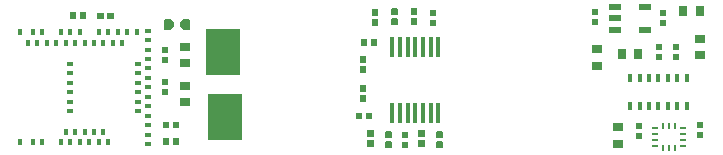
<source format=gtp>
G04 Layer: TopPasteMaskLayer*
G04 EasyEDA Pro v2.2.45.4, 2026-01-24 23:10:09*
G04 Gerber Generator version 0.3*
G04 Scale: 100 percent, Rotated: No, Reflected: No*
G04 Dimensions in millimeters*
G04 Leading zeros omitted, absolute positions, 4 integers and 5 decimals*
G04 Generated by one-click*
%FSLAX45Y45*%
%MOMM*%
%ADD10R,0.9X0.8*%
%ADD11R,0.8X0.9*%
%ADD12R,0.35001X0.75001*%
%ADD13R,0.6X0.27*%
%ADD14R,0.27X0.6*%
%ADD15R,0.4X1.7*%
%ADD16R,1.1X0.6*%
%ADD17R,0.4095X0.6*%
%ADD18R,0.4X0.6*%
%ADD19R,0.6X0.4*%
%ADD20R,0.54X0.5*%
%ADD21R,0.5X0.54*%
%ADD22R,3.0X4.0*%
G75*


G04 PolygonModel Start*
G36*
G01X6133861Y3770302D02*
G01X6133861Y3797953D01*
G01X6161281Y3827328D01*
G01X6211608Y3827328D01*
G01X6218009Y3820927D01*
G01X6218009Y3747328D01*
G01X6211608Y3740927D01*
G01X6161281Y3740927D01*
G01X6133861Y3770302D01*
G37*
G36*
G01X6082297Y3769177D02*
G01X6082297Y3796828D01*
G01X6054877Y3826203D01*
G01X6004550Y3826203D01*
G01X5998149Y3819802D01*
G01X5998149Y3746203D01*
G01X6004550Y3739802D01*
G01X6054877Y3739802D01*
G01X6082297Y3769177D01*
G37*
G36*
G01X6044400Y2817000D02*
G01X6044400Y2771000D01*
G01X6040399Y2767000D01*
G01X5990336Y2767000D01*
G01X5986336Y2771000D01*
G01X5986336Y2817000D01*
G01X5990336Y2821000D01*
G01X6040399Y2821000D01*
G01X6044400Y2817000D01*
G37*
G36*
G01X6071400Y2817000D02*
G01X6071400Y2771000D01*
G01X6075401Y2767000D01*
G01X6125464Y2767000D01*
G01X6129465Y2771000D01*
G01X6129465Y2817000D01*
G01X6125464Y2821000D01*
G01X6075401Y2821000D01*
G01X6071400Y2817000D01*
G37*
G36*
G01X6044400Y2956700D02*
G01X6044400Y2910700D01*
G01X6040399Y2906700D01*
G01X5990336Y2906700D01*
G01X5986336Y2910700D01*
G01X5986336Y2956700D01*
G01X5990336Y2960700D01*
G01X6040399Y2960700D01*
G01X6044400Y2956700D01*
G37*
G36*
G01X6071400Y2956700D02*
G01X6071400Y2910700D01*
G01X6075401Y2906700D01*
G01X6125464Y2906700D01*
G01X6129465Y2910700D01*
G01X6129465Y2956700D01*
G01X6125464Y2960700D01*
G01X6075401Y2960700D01*
G01X6071400Y2956700D01*
G37*
G36*
G01X5520119Y3832619D02*
G01X5520119Y3878618D01*
G01X5524119Y3882619D01*
G01X5574182Y3882619D01*
G01X5578183Y3878618D01*
G01X5578183Y3832619D01*
G01X5574182Y3828618D01*
G01X5524119Y3828618D01*
G01X5520119Y3832619D01*
G37*
G36*
G01X5493118Y3832619D02*
G01X5493118Y3878618D01*
G01X5489118Y3882619D01*
G01X5439054Y3882619D01*
G01X5435054Y3878618D01*
G01X5435054Y3832619D01*
G01X5439054Y3828618D01*
G01X5489118Y3828618D01*
G01X5493118Y3832619D01*
G37*
G36*
G01X5257000Y3883800D02*
G01X5257000Y3837800D01*
G01X5252999Y3833800D01*
G01X5202936Y3833800D01*
G01X5198936Y3837800D01*
G01X5198936Y3883800D01*
G01X5202936Y3887800D01*
G01X5252999Y3887800D01*
G01X5257000Y3883800D01*
G37*
G36*
G01X5284000Y3883800D02*
G01X5284000Y3837800D01*
G01X5288001Y3833800D01*
G01X5338064Y3833800D01*
G01X5342065Y3837800D01*
G01X5342065Y3883800D01*
G01X5338064Y3887800D01*
G01X5288001Y3887800D01*
G01X5284000Y3883800D01*
G37*
G36*
G01X8201800Y2832900D02*
G01X8155800Y2832900D01*
G01X8151800Y2836901D01*
G01X8151800Y2886964D01*
G01X8155800Y2890965D01*
G01X8201800Y2890965D01*
G01X8205800Y2886964D01*
G01X8205800Y2836901D01*
G01X8201800Y2832900D01*
G37*
G36*
G01X8201800Y2805900D02*
G01X8155800Y2805900D01*
G01X8151800Y2801899D01*
G01X8151800Y2751836D01*
G01X8155800Y2747836D01*
G01X8201800Y2747836D01*
G01X8205800Y2751836D01*
G01X8205800Y2801899D01*
G01X8201800Y2805900D01*
G37*
G36*
G01X7724000Y2805900D02*
G01X7770000Y2805900D01*
G01X7774000Y2801899D01*
G01X7774000Y2751836D01*
G01X7770000Y2747836D01*
G01X7724000Y2747836D01*
G01X7720000Y2751836D01*
G01X7720000Y2801899D01*
G01X7724000Y2805900D01*
G37*
G36*
G01X7724000Y2832900D02*
G01X7770000Y2832900D01*
G01X7774000Y2836901D01*
G01X7774000Y2886964D01*
G01X7770000Y2890965D01*
G01X7724000Y2890965D01*
G01X7720000Y2886964D01*
G01X7720000Y2836901D01*
G01X7724000Y2832900D01*
G37*
G36*
G01X7922400Y2820200D02*
G01X7876400Y2820200D01*
G01X7872400Y2824201D01*
G01X7872400Y2874264D01*
G01X7876400Y2878265D01*
G01X7922400Y2878265D01*
G01X7926400Y2874264D01*
G01X7926400Y2824201D01*
G01X7922400Y2820200D01*
G37*
G36*
G01X7922400Y2793200D02*
G01X7876400Y2793200D01*
G01X7872400Y2789199D01*
G01X7872400Y2739136D01*
G01X7876400Y2735136D01*
G01X7922400Y2735136D01*
G01X7926400Y2739136D01*
G01X7926400Y2789199D01*
G01X7922400Y2793200D01*
G37*
G36*
G01X8354200Y2820200D02*
G01X8308200Y2820200D01*
G01X8304200Y2824201D01*
G01X8304200Y2874264D01*
G01X8308200Y2878265D01*
G01X8354200Y2878265D01*
G01X8358200Y2874264D01*
G01X8358200Y2824201D01*
G01X8354200Y2820200D01*
G37*
G36*
G01X8354200Y2793200D02*
G01X8308200Y2793200D01*
G01X8304200Y2789199D01*
G01X8304200Y2739136D01*
G01X8308200Y2735136D01*
G01X8354200Y2735136D01*
G01X8358200Y2739136D01*
G01X8358200Y2789199D01*
G01X8354200Y2793200D01*
G37*
G36*
G01X7810208Y3854693D02*
G01X7764209Y3854693D01*
G01X7760208Y3858693D01*
G01X7760208Y3908756D01*
G01X7764209Y3912757D01*
G01X7810208Y3912757D01*
G01X7814208Y3908756D01*
G01X7814208Y3858693D01*
G01X7810208Y3854693D01*
G37*
G36*
G01X7810208Y3827692D02*
G01X7764209Y3827692D01*
G01X7760208Y3823692D01*
G01X7760208Y3773628D01*
G01X7764209Y3769628D01*
G01X7810208Y3769628D01*
G01X7814208Y3773628D01*
G01X7814208Y3823692D01*
G01X7810208Y3827692D01*
G37*
G36*
G01X7706500Y3213900D02*
G01X7660500Y3213900D01*
G01X7656500Y3217901D01*
G01X7656500Y3267964D01*
G01X7660500Y3271965D01*
G01X7706500Y3271965D01*
G01X7710500Y3267964D01*
G01X7710500Y3217901D01*
G01X7706500Y3213900D01*
G37*
G36*
G01X7706500Y3186900D02*
G01X7660500Y3186900D01*
G01X7656500Y3182899D01*
G01X7656500Y3132836D01*
G01X7660500Y3128836D01*
G01X7706500Y3128836D01*
G01X7710500Y3132836D01*
G01X7710500Y3182899D01*
G01X7706500Y3186900D01*
G37*
G36*
G01X7706500Y3455200D02*
G01X7660500Y3455200D01*
G01X7656500Y3459201D01*
G01X7656500Y3509264D01*
G01X7660500Y3513265D01*
G01X7706500Y3513265D01*
G01X7710500Y3509264D01*
G01X7710500Y3459201D01*
G01X7706500Y3455200D01*
G37*
G36*
G01X7706500Y3428200D02*
G01X7660500Y3428200D01*
G01X7656500Y3424199D01*
G01X7656500Y3374136D01*
G01X7660500Y3370136D01*
G01X7706500Y3370136D01*
G01X7710500Y3374136D01*
G01X7710500Y3424199D01*
G01X7706500Y3428200D01*
G37*
G36*
G01X7747800Y3609200D02*
G01X7747800Y3655200D01*
G01X7751801Y3659200D01*
G01X7801864Y3659200D01*
G01X7805865Y3655200D01*
G01X7805865Y3609200D01*
G01X7801864Y3605200D01*
G01X7751801Y3605200D01*
G01X7747800Y3609200D01*
G37*
G36*
G01X7720800Y3609200D02*
G01X7720800Y3655200D01*
G01X7716799Y3659200D01*
G01X7666736Y3659200D01*
G01X7662736Y3655200D01*
G01X7662736Y3609200D01*
G01X7666736Y3605200D01*
G01X7716799Y3605200D01*
G01X7720800Y3609200D01*
G37*
G36*
G01X7973200Y3861600D02*
G01X7927200Y3861600D01*
G01X7923200Y3865601D01*
G01X7923200Y3915664D01*
G01X7927200Y3919665D01*
G01X7973200Y3919665D01*
G01X7977200Y3915664D01*
G01X7977200Y3865601D01*
G01X7973200Y3861600D01*
G37*
G36*
G01X7973200Y3834600D02*
G01X7927200Y3834600D01*
G01X7923200Y3830599D01*
G01X7923200Y3780536D01*
G01X7927200Y3776536D01*
G01X7973200Y3776536D01*
G01X7977200Y3780536D01*
G01X7977200Y3830599D01*
G01X7973200Y3834600D01*
G37*
G36*
G01X8138300Y3861600D02*
G01X8092300Y3861600D01*
G01X8088300Y3865601D01*
G01X8088300Y3915664D01*
G01X8092300Y3919665D01*
G01X8138300Y3919665D01*
G01X8142300Y3915664D01*
G01X8142300Y3865601D01*
G01X8138300Y3861600D01*
G37*
G36*
G01X8138300Y3834600D02*
G01X8092300Y3834600D01*
G01X8088300Y3830599D01*
G01X8088300Y3780536D01*
G01X8092300Y3776536D01*
G01X8138300Y3776536D01*
G01X8142300Y3780536D01*
G01X8142300Y3830599D01*
G01X8138300Y3834600D01*
G37*

G04 Pad Start*
G54D10*
G01X9664700Y3435198D03*
G01X9664700Y3575202D03*
G54D11*
G01X10534802Y3898900D03*
G01X10394798Y3898900D03*
G54D10*
G01X10541000Y3664102D03*
G01X10541000Y3524098D03*
G54D11*
G01X9874098Y3530600D03*
G01X10014102Y3530600D03*
G54D10*
G01X6178702Y3264205D03*
G01X6178702Y3124200D03*
G01X6178702Y3594100D03*
G01X6178702Y3454095D03*
G54D12*
G01X10425405Y3333102D03*
G01X10345395Y3333102D03*
G01X10265385Y3333102D03*
G01X10185400Y3333102D03*
G01X10105390Y3333102D03*
G01X10025380Y3333102D03*
G01X9945395Y3333102D03*
G01X10425379Y3093098D03*
G01X10345395Y3093098D03*
G01X10265385Y3093098D03*
G01X10185400Y3093098D03*
G01X10105390Y3093098D03*
G01X10025405Y3093098D03*
G01X9945395Y3093098D03*
G54D13*
G01X10391297Y2757107D03*
G01X10391297Y2807119D03*
G01X10391297Y2857106D03*
G01X10391297Y2907119D03*
G54D14*
G01X10324277Y2924101D03*
G01X10274290Y2924101D03*
G01X10224277Y2924101D03*
G54D13*
G01X10157303Y2907119D03*
G01X10157303Y2857106D03*
G01X10157303Y2807119D03*
G01X10157303Y2757107D03*
G54D14*
G01X10224277Y2740099D03*
G01X10274290Y2740099D03*
G01X10324277Y2740099D03*
G54D15*
G01X7933004Y3034690D03*
G01X7998003Y3034690D03*
G01X8063001Y3034690D03*
G01X8128000Y3034690D03*
G01X8192999Y3034690D03*
G01X8257997Y3034690D03*
G01X8322996Y3034690D03*
G01X8322996Y3594710D03*
G01X8257997Y3594710D03*
G01X8192999Y3594710D03*
G01X8128000Y3594710D03*
G01X8063001Y3594710D03*
G01X7998003Y3594710D03*
G01X7933004Y3594710D03*
G54D16*
G01X10074110Y3930396D03*
G01X10074110Y3740404D03*
G01X9814090Y3740404D03*
G01X9814090Y3835400D03*
G01X9814090Y3930396D03*
G54D18*
G01X4776292Y2786190D03*
G01X4886300Y2786190D03*
G01X4966310Y2786190D03*
G01X5126304Y2786190D03*
G01X5166309Y2876182D03*
G01X5206289Y2786190D03*
G01X5246294Y2876182D03*
G01X5286299Y2786190D03*
G01X5326304Y2876182D03*
G01X5366309Y2786190D03*
G01X5406314Y2876182D03*
G01X5446293Y2786190D03*
G01X5486298Y2876182D03*
G01X5526303Y2786190D03*
G54D19*
G01X5866308Y2771204D03*
G01X5866308Y2851188D03*
G01X5866308Y2931198D03*
G01X5866308Y3011183D03*
G01X5776290Y3051188D03*
G01X5866308Y3091193D03*
G01X5776290Y3131198D03*
G01X5866308Y3171203D03*
G01X5776290Y3211182D03*
G01X5866308Y3251187D03*
G01X5776290Y3291192D03*
G01X5866308Y3331197D03*
G01X5776290Y3371202D03*
G01X5866308Y3411207D03*
G01X5776290Y3451187D03*
G01X5866308Y3491192D03*
G01X5866308Y3571202D03*
G01X5866308Y3651187D03*
G01X5866308Y3731197D03*
G54D18*
G01X5766308Y3716185D03*
G01X5686298Y3716185D03*
G01X5646293Y3626193D03*
G01X5606313Y3716185D03*
G01X5566308Y3626193D03*
G01X5526303Y3716185D03*
G01X5486298Y3626193D03*
G01X5446293Y3716185D03*
G01X5406288Y3626193D03*
G01X5326304Y3626193D03*
G01X5286299Y3716185D03*
G01X5246294Y3626193D03*
G01X5206289Y3716185D03*
G01X5166284Y3626193D03*
G01X5126304Y3716185D03*
G01X5086299Y3626193D03*
G01X5006289Y3626193D03*
G01X4966310Y3716185D03*
G01X4926305Y3626193D03*
G01X4886300Y3716185D03*
G01X4846295Y3626193D03*
G01X4776292Y3716185D03*
G54D19*
G01X5206289Y3051188D03*
G01X5206314Y3131198D03*
G01X5206289Y3211182D03*
G01X5206314Y3291192D03*
G01X5206314Y3371202D03*
G01X5206289Y3451187D03*
G54D20*
G01X10537088Y2849677D03*
G01X10537088Y2933700D03*
G01X10020300Y2924912D03*
G01X10020300Y2840888D03*
G01X9652000Y3806088D03*
G01X9652000Y3890112D03*
G01X10223500Y3793388D03*
G01X10223500Y3877412D03*
G01X10192466Y3590430D03*
G01X10192466Y3506407D03*
G01X10332166Y3590430D03*
G01X10332166Y3506407D03*
G54D21*
G01X7738212Y3009900D03*
G01X7654188Y3009900D03*
G54D20*
G01X8039100Y2848712D03*
G01X8039100Y2764688D03*
G01X8280400Y3877412D03*
G01X8280400Y3793388D03*
G01X6007100Y3293212D03*
G01X6007100Y3209188D03*
G01X6011012Y3568700D03*
G01X6011012Y3484677D03*
G54D10*
G01X9842500Y2914802D03*
G01X9842500Y2774798D03*
G54D22*
G01X6501807Y3548846D03*
G01X6515100Y2997200D03*
G04 Pad End*

M02*


</source>
